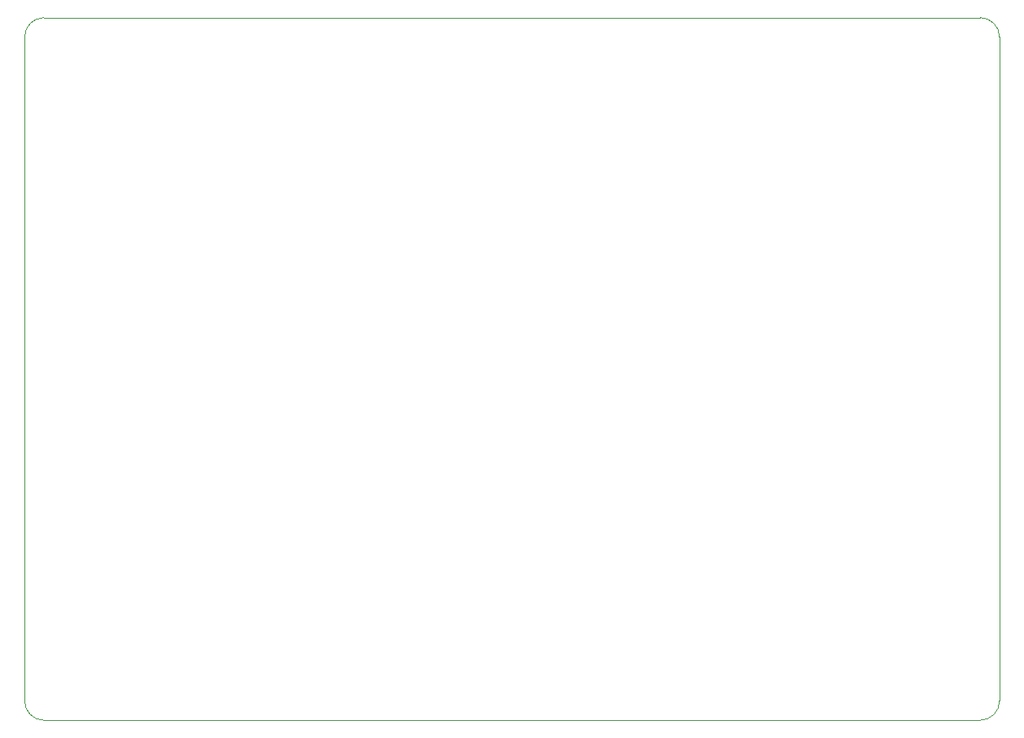
<source format=gm1>
G04 #@! TF.GenerationSoftware,KiCad,Pcbnew,9.0.1*
G04 #@! TF.CreationDate,2025-04-27T05:08:37+02:00*
G04 #@! TF.ProjectId,testing-split-kb-3w-guard-pours,74657374-696e-4672-9d73-706c69742d6b,rev?*
G04 #@! TF.SameCoordinates,Original*
G04 #@! TF.FileFunction,Profile,NP*
%FSLAX46Y46*%
G04 Gerber Fmt 4.6, Leading zero omitted, Abs format (unit mm)*
G04 Created by KiCad (PCBNEW 9.0.1) date 2025-04-27 05:08:37*
%MOMM*%
%LPD*%
G01*
G04 APERTURE LIST*
G04 #@! TA.AperFunction,Profile*
%ADD10C,0.050000*%
G04 #@! TD*
G04 APERTURE END LIST*
D10*
X79800000Y-34500000D02*
X79800001Y-103600000D01*
X79800000Y-34500000D02*
G75*
G02*
X81800000Y-32500000I2000000J0D01*
G01*
X175500000Y-32500000D02*
X179200000Y-32500000D01*
X81800000Y-105600000D02*
G75*
G02*
X79800000Y-103600001I0J2000000D01*
G01*
X81800000Y-32500000D02*
X175500000Y-32500000D01*
X181200000Y-34500000D02*
X181200000Y-103600000D01*
X181200000Y-103600000D02*
G75*
G02*
X179200000Y-105600000I-2000000J0D01*
G01*
X81800000Y-105600000D02*
X179200000Y-105600000D01*
X179200000Y-32500000D02*
G75*
G02*
X181200000Y-34499999I0J-2000000D01*
G01*
M02*

</source>
